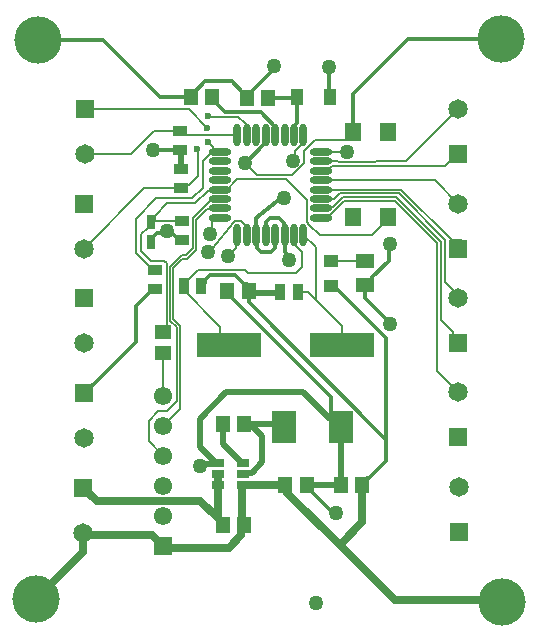
<source format=gbr>
G04*
G04 #@! TF.GenerationSoftware,Altium Limited,Altium Designer,23.3.1 (30)*
G04*
G04 Layer_Physical_Order=1*
G04 Layer_Color=255*
%FSLAX25Y25*%
%MOIN*%
G70*
G04*
G04 #@! TF.SameCoordinates,9E9A1B20-5B00-4279-B210-449FD35A5861*
G04*
G04*
G04 #@! TF.FilePolarity,Positive*
G04*
G01*
G75*
%ADD17R,0.04528X0.05709*%
%ADD18O,0.02362X0.07677*%
%ADD19R,0.04969X0.03367*%
%ADD20O,0.07677X0.02362*%
%ADD21R,0.03740X0.05315*%
%ADD22R,0.05709X0.04528*%
%ADD23R,0.03937X0.02756*%
%ADD24R,0.08465X0.10630*%
%ADD25R,0.21654X0.07874*%
%ADD26R,0.02756X0.04724*%
%ADD27R,0.05512X0.06299*%
%ADD28R,0.03937X0.05512*%
%ADD29R,0.05118X0.04331*%
%ADD30R,0.06102X0.04921*%
%ADD50C,0.00591*%
%ADD51C,0.02756*%
%ADD52C,0.00591*%
%ADD53C,0.01181*%
%ADD54C,0.01968*%
%ADD55C,0.06496*%
%ADD56R,0.06496X0.06496*%
%ADD57C,0.15748*%
%ADD58R,0.06102X0.06102*%
%ADD59C,0.06102*%
%ADD60C,0.05000*%
%ADD61C,0.02362*%
D17*
X181106Y147869D02*
D03*
X188192D02*
D03*
X201913Y161290D02*
D03*
X209000D02*
D03*
X182601Y226013D02*
D03*
X189688D02*
D03*
X181125Y181731D02*
D03*
X188212D02*
D03*
X220490Y161319D02*
D03*
X227576D02*
D03*
X189132Y290239D02*
D03*
X196219D02*
D03*
X170341Y290515D02*
D03*
X177428D02*
D03*
D18*
X189073Y278093D02*
D03*
X185923D02*
D03*
X192223D02*
D03*
X195372D02*
D03*
X198522D02*
D03*
X201671D02*
D03*
X204821D02*
D03*
X207971D02*
D03*
Y244629D02*
D03*
X204821D02*
D03*
X201671D02*
D03*
X198522D02*
D03*
X195372D02*
D03*
X192223D02*
D03*
X189073D02*
D03*
X185923D02*
D03*
D19*
X167038Y260163D02*
D03*
X158488Y233082D02*
D03*
Y226582D02*
D03*
X167436Y242959D02*
D03*
Y249458D02*
D03*
X167038Y266663D02*
D03*
X166969Y279319D02*
D03*
Y272819D02*
D03*
D20*
X180215Y272385D02*
D03*
Y250337D02*
D03*
Y253487D02*
D03*
Y256637D02*
D03*
Y259786D02*
D03*
Y262936D02*
D03*
Y266085D02*
D03*
Y269235D02*
D03*
X213679Y272385D02*
D03*
Y269235D02*
D03*
Y266085D02*
D03*
Y262936D02*
D03*
Y259786D02*
D03*
Y256637D02*
D03*
Y253487D02*
D03*
Y250337D02*
D03*
D21*
X206164Y225636D02*
D03*
X200258D02*
D03*
X173915Y227628D02*
D03*
X168009D02*
D03*
D22*
X161034Y205268D02*
D03*
Y212354D02*
D03*
D23*
X179341Y168782D02*
D03*
Y165042D02*
D03*
Y161302D02*
D03*
X187995D02*
D03*
Y165042D02*
D03*
Y168782D02*
D03*
D24*
X220394Y180544D02*
D03*
X201497D02*
D03*
D25*
X220701Y208000D02*
D03*
X183299D02*
D03*
D26*
X157300Y242380D02*
D03*
Y249073D02*
D03*
D27*
X236218Y250740D02*
D03*
Y279086D02*
D03*
X224407Y250740D02*
D03*
Y279086D02*
D03*
D28*
X216823Y290645D02*
D03*
X205799D02*
D03*
D29*
X217230Y227754D02*
D03*
Y236022D02*
D03*
D30*
X228469Y228028D02*
D03*
Y236099D02*
D03*
D50*
X184779Y249155D02*
D03*
D51*
X239681Y122859D02*
G03*
X239691Y122859I0J2756D01*
G01*
X187995Y161302D02*
X188044Y161253D01*
X201678D01*
X272016Y123118D02*
X273156D01*
X273960Y122326D01*
X274005Y122283D01*
X220037Y141361D02*
X237733Y123666D01*
X238540Y122859D01*
X239681Y122859D01*
X239691Y122859D02*
X272016Y123118D01*
X220037Y141361D02*
X227576Y148901D01*
Y161319D01*
X202613Y158785D02*
X220037Y141361D01*
X161294Y140997D02*
X161842Y140448D01*
X157494Y144797D02*
X161294Y140997D01*
X201678Y161253D02*
X202613Y160317D01*
X187404Y159760D02*
Y161302D01*
X202613Y158785D02*
Y160317D01*
X189688Y226013D02*
X190226Y225475D01*
X188802Y226899D02*
X189688Y226013D01*
X188802Y226899D02*
Y227586D01*
X173915Y228416D02*
X174407Y228908D01*
X173915Y227628D02*
Y228416D01*
X187404Y161302D02*
X187995D01*
X187331Y148730D02*
X188192Y147869D01*
X187331Y159688D02*
X187404Y159760D01*
X187331Y148730D02*
Y159688D01*
X187306Y146983D02*
X188192Y147869D01*
X183135Y140448D02*
X187306Y144619D01*
Y146983D01*
X161842Y140448D02*
X183135D01*
X134598Y145386D02*
X135187Y144797D01*
X157494D01*
X134598Y138845D02*
Y145386D01*
X139058Y155926D02*
X173640D01*
X134598Y160386D02*
X139058Y155926D01*
X173640D02*
X179341Y150224D01*
X118975Y123223D02*
X134598Y138845D01*
X179341Y161302D02*
Y165042D01*
Y150224D02*
Y161302D01*
Y150224D02*
X181106Y148459D01*
Y147869D02*
Y148459D01*
D52*
X222412Y269040D02*
G03*
X222551Y269039I106J3294D01*
G01*
X185904Y263172D02*
X202196D01*
X209045Y256323D01*
X176150Y259451D02*
X182183D01*
X185904Y263172D01*
X192553Y264650D02*
X204233D01*
X188524Y268679D02*
X192553Y264650D01*
X204233D02*
X208216Y268633D01*
X209045Y249006D02*
Y256323D01*
X184779Y249155D02*
X184952Y249328D01*
X184755Y249130D02*
X184779Y249155D01*
X184952Y249328D02*
X187223D01*
X177522Y239939D02*
X184755Y249130D01*
X176484Y238900D02*
X177522Y239939D01*
X176992Y244970D02*
X177422Y245401D01*
Y249519D01*
X176328Y238900D02*
X176484D01*
X177422Y249519D02*
X178241Y250337D01*
X180215D01*
X185584Y240269D02*
Y244290D01*
X185923Y244629D01*
X182974Y237659D02*
X185584Y240269D01*
X167611Y236625D02*
X169311D01*
X172215Y239528D01*
Y249720D01*
X168756Y237949D02*
X171108Y240301D01*
X167393Y237949D02*
X168756D01*
X171108Y240301D02*
Y250187D01*
X177557Y256637D01*
X164615Y216558D02*
Y233629D01*
X163524Y234080D02*
X167393Y237949D01*
X163524Y216107D02*
Y234080D01*
X164615Y233629D02*
X167611Y236625D01*
X172215Y249720D02*
X175899Y253404D01*
X187223Y249328D02*
X188734Y247817D01*
Y244968D02*
X189073Y244629D01*
X188734Y244968D02*
Y247817D01*
X213705Y272359D02*
X222492D01*
X222518Y272334D01*
X213679Y272385D02*
X213705Y272359D01*
X205247Y270324D02*
Y272712D01*
X207971Y275436D02*
Y278093D01*
X205247Y272712D02*
X207971Y275436D01*
X204403Y269480D02*
X205247Y270324D01*
X208216Y268633D02*
Y272486D01*
X211962Y276232D01*
X221947D01*
X242111Y269408D02*
X259503Y286800D01*
X222551Y269039D02*
X241938Y269235D01*
X213679Y269235D02*
X216337D01*
X222412Y269040D01*
X241938Y269235D02*
X242111Y269408D01*
X221947Y276232D02*
X224407Y278693D01*
X176139Y284249D02*
X176283Y284105D01*
X186239D01*
X169746Y286644D02*
X175971Y280420D01*
X135066Y286644D02*
X169746D01*
X167701Y279319D02*
X168927Y278093D01*
X177736Y272686D02*
X178037Y272385D01*
X168927Y278093D02*
X185923D01*
X176169Y275672D02*
X177736Y274106D01*
Y272686D02*
Y274106D01*
X205568Y231958D02*
X207546Y233936D01*
X189649Y231958D02*
X205568D01*
X188624Y232982D02*
X189649Y231958D01*
X152136Y238632D02*
X157687Y233082D01*
X156030Y247006D02*
X156937D01*
X153956Y239155D02*
X157005Y236106D01*
X153956Y244933D02*
X156030Y247006D01*
X153956Y239155D02*
Y244933D01*
X152136Y238632D02*
Y250064D01*
X158920Y256847D01*
X157005Y236106D02*
X161544D01*
X157687Y233082D02*
X158488D01*
X177557Y272385D02*
X178037D01*
X134910Y240101D02*
X154972Y260163D01*
X167038D01*
X168334Y261459D01*
X169981D02*
X172746Y264224D01*
X168334Y261459D02*
X169981D01*
X172593Y273276D02*
X172746Y273123D01*
Y264224D02*
Y273123D01*
X188795Y278371D02*
X189073Y278093D01*
X188795Y278371D02*
Y281532D01*
X188468Y281860D02*
X188795Y281532D01*
X186239Y284105D02*
X188468Y281876D01*
Y281860D02*
Y281876D01*
X170977Y256847D02*
X174519Y260389D01*
X158920Y256847D02*
X170977D01*
X174519Y269346D02*
X177557Y272385D01*
X174519Y260389D02*
Y269346D01*
X178037Y272385D02*
X180215D01*
X158176Y279319D02*
X167701D01*
X252433Y199382D02*
Y241972D01*
Y199382D02*
X259602Y192213D01*
X257784Y210378D02*
Y212310D01*
X253938Y216157D02*
Y242428D01*
Y216157D02*
X257784Y212310D01*
Y210378D02*
X259639Y208522D01*
X255324Y228865D02*
X259639Y224549D01*
X255324Y228865D02*
Y242976D01*
X259639Y223522D02*
Y224549D01*
X213679Y262936D02*
X251665D01*
X259503Y255098D01*
X261132Y273429D02*
Y274138D01*
X255283Y267580D02*
X261132Y273429D01*
X217477Y267580D02*
X255283D01*
X158383Y251140D02*
X158444D01*
X158347Y251104D02*
X158383Y251140D01*
X162589Y255284D02*
X171983D01*
X158347Y249516D02*
Y251104D01*
X158444Y251140D02*
X162589Y255284D01*
X156937Y247006D02*
X158000Y248070D01*
X161544Y236106D02*
X162434Y235217D01*
X169713Y229990D02*
X172705Y232982D01*
X188624D01*
X158000Y248070D02*
Y249054D01*
X163524Y216107D02*
X165787Y213843D01*
X162434Y213754D02*
Y235217D01*
X164615Y216558D02*
X166878Y214295D01*
X161034Y212354D02*
X162434Y213754D01*
X207546Y233936D02*
Y238851D01*
X169584Y229990D02*
X169713D01*
X168009Y228416D02*
X169584Y229990D01*
X168009Y227628D02*
Y228416D01*
X167394Y226968D02*
X168032Y227606D01*
X212041Y223110D02*
Y240559D01*
X207971Y244629D02*
X212041Y240559D01*
X209514Y225636D02*
X212041Y223110D01*
X220701Y214450D01*
X206164Y225636D02*
X209514D01*
X220701Y208000D02*
Y214391D01*
X150501Y271644D02*
X158176Y279319D01*
X135066Y271644D02*
X150501D01*
X165787Y189171D02*
Y213843D01*
X162613Y185996D02*
X165787Y189171D01*
X216651Y290817D02*
X216823Y290645D01*
X224407Y278693D02*
Y279086D01*
X204821Y241576D02*
X207546Y238851D01*
X204821Y241576D02*
Y244629D01*
X180131Y253404D02*
X180215Y253487D01*
X175899Y253404D02*
X180131D01*
X213490Y244527D02*
X230687D01*
X209947Y248070D02*
X213490Y244527D01*
X209045Y249006D02*
X209947Y248105D01*
Y248070D02*
Y248105D01*
X215982Y266085D02*
X217477Y267580D01*
X213679Y266085D02*
X215982D01*
X213679Y259786D02*
X240410D01*
X260716Y242852D02*
X261132Y242437D01*
X257344Y242852D02*
X260716D01*
X240410Y259786D02*
X257344Y242852D01*
X238423Y255982D02*
X252433Y241972D01*
X238984Y257382D02*
X253938Y242428D01*
X239699Y258601D02*
X255324Y242976D01*
X215982Y250337D02*
X221627Y255982D01*
X213679Y250337D02*
X215982D01*
X221627Y255982D02*
X238423D01*
X213679Y256637D02*
X218263D01*
X220227Y258601D01*
X239699D01*
X217747Y253818D02*
X221311Y257382D01*
X238984D01*
X213679Y253487D02*
X214011Y253818D01*
X217747D01*
X166878Y186580D02*
Y214295D01*
X161294Y180997D02*
X166878Y186580D01*
X156405Y175885D02*
X161294Y170996D01*
X156405Y182764D02*
X159637Y185996D01*
X156405Y175885D02*
Y182764D01*
X159637Y185996D02*
X162613D01*
X177557Y256637D02*
X180215D01*
X157300Y249188D02*
X157647Y249535D01*
X161034Y205268D02*
X161294Y205007D01*
Y190997D02*
Y205007D01*
X158405Y249458D02*
X167436D01*
X171983Y255284D02*
X176150Y259451D01*
X230687Y244527D02*
X233758Y247598D01*
Y248279D01*
X236218Y250740D01*
X180288Y211011D02*
Y214073D01*
X167394Y226968D02*
X180288Y214073D01*
Y211011D02*
X183299Y208000D01*
X217230Y236022D02*
X228393D01*
X228469Y236099D01*
D53*
X192223Y250232D02*
X200457Y256920D01*
X200937D02*
X200998Y256914D01*
X201609Y256851D01*
X192223Y244629D02*
Y250232D01*
X200457Y256920D02*
X200937D01*
X195372Y244629D02*
X195476Y244733D01*
Y248996D01*
X196723Y250243D01*
X199956D01*
X157300Y243364D02*
X159265Y245329D01*
X161760D01*
X157300Y242380D02*
Y243364D01*
X161760Y245329D02*
X162491Y246060D01*
X163221Y245329D01*
X164265D01*
X166636Y242959D01*
X167436D01*
X203037Y236457D02*
Y237490D01*
X201671Y238856D02*
X203037Y237490D01*
X217987Y151826D02*
X218923D01*
X208947Y160866D02*
X217987Y151826D01*
X235421Y169164D02*
Y210354D01*
X188524Y268679D02*
X188691D01*
X194249Y274237D01*
X194494Y274649D02*
X195372Y275527D01*
X201671Y238856D02*
Y244177D01*
X201445Y244855D02*
X201897Y244403D01*
X201671Y244177D02*
X201897Y244403D01*
X201445Y244855D02*
Y248753D01*
X199956Y250243D02*
X201445Y248753D01*
X158103Y272900D02*
X166888D01*
X166969Y272819D01*
X228469Y223752D02*
Y228028D01*
X236919Y214901D02*
Y215302D01*
X228469Y223752D02*
X236919Y215302D01*
X228469Y228028D02*
X229060D01*
X236412Y235971D02*
Y241247D01*
X236934Y241769D01*
X230930Y230488D02*
X236412Y235971D01*
X229060Y228028D02*
X230930Y229898D01*
Y230488D01*
X229249Y163583D02*
X229840D01*
X235421Y169164D01*
X227576Y161319D02*
Y161909D01*
X229249Y163583D01*
X193844Y285491D02*
X198522Y280814D01*
X181835Y285491D02*
X193844D01*
X179101Y288226D02*
X181835Y285491D01*
X134874Y191955D02*
X137532Y194613D01*
X133631Y190712D02*
X134874Y191955D01*
X133631Y190570D02*
Y190712D01*
X137532Y194613D02*
X137674D01*
X152201Y209140D02*
Y221096D01*
X137674Y194613D02*
X152201Y209140D01*
X189688Y226013D02*
Y226702D01*
X189589D02*
X189688D01*
X188014Y228277D02*
X189589Y226702D01*
X176808Y231309D02*
X185081D01*
X188014Y228277D02*
Y228376D01*
X185081Y231309D02*
X188014Y228376D01*
X174407Y228908D02*
X176808Y231309D01*
X189720Y222308D02*
Y225475D01*
X220490Y161319D02*
Y161909D01*
X189720Y222308D02*
X235320Y176708D01*
X184274Y223576D02*
Y224340D01*
Y223576D02*
X217186Y190664D01*
Y183753D02*
Y190664D01*
X182601Y226013D02*
X184274Y224340D01*
X219596Y226180D02*
X235421Y210354D01*
X218804Y226180D02*
X219596D01*
X217230Y227754D02*
X218804Y226180D01*
X189132Y290830D02*
X198324Y300021D01*
Y301033D01*
X189132Y290239D02*
Y290830D01*
X216651Y290817D02*
Y300627D01*
X197092Y238911D02*
X198430Y240249D01*
X193754Y238911D02*
X197092D01*
X198430Y244537D02*
X198522Y244629D01*
X198430Y240249D02*
Y244537D01*
X192449Y240216D02*
X193754Y238911D01*
X242926Y310094D02*
X273759Y310090D01*
X224407Y279086D02*
Y291576D01*
X242926Y310094D01*
X192449Y240216D02*
Y244403D01*
X192223Y244629D02*
X192449Y244403D01*
X152201Y221096D02*
X157687Y226582D01*
X158488D01*
X204821Y278093D02*
Y281070D01*
X205799Y282049D02*
Y290645D01*
X204821Y281070D02*
X205799Y282049D01*
X196422Y290442D02*
X205596D01*
X160178Y290515D02*
X170341D01*
X141098Y309595D02*
X160178Y290515D01*
X119387Y309595D02*
X141098D01*
X170341Y291105D02*
X175062Y295826D01*
X184152D01*
X187853Y292126D01*
Y291519D02*
Y292126D01*
Y291519D02*
X189132Y290239D01*
X170341Y290515D02*
Y291105D01*
X179101Y288226D02*
Y288842D01*
X177428Y290515D02*
X179101Y288842D01*
X198522Y278093D02*
Y280814D01*
D54*
X173563Y167509D02*
X174384D01*
X175263Y168389D01*
X178357D01*
X173428Y174105D02*
X178750Y168782D01*
X178357Y168389D02*
X178750Y168782D01*
X179341D01*
X220490Y161909D02*
Y180449D01*
X190226Y225475D02*
X199101D01*
X194232Y168843D02*
Y177742D01*
X190824Y165436D02*
X194232Y168843D01*
X190243Y181731D02*
X194232Y177742D01*
X188388Y165436D02*
X190824D01*
X188212Y181731D02*
X190243D01*
X200311D01*
X187995Y165042D02*
X188388Y165436D01*
X207760Y192189D02*
X216691Y183258D01*
X173428Y183360D02*
X182257Y192189D01*
X207760D01*
X173428Y174105D02*
Y183360D01*
X196219Y290239D02*
X196422Y290442D01*
X205596D02*
X205799Y290645D01*
X217186Y183753D02*
X220394Y180544D01*
X166969Y272819D02*
X167004Y272785D01*
Y266697D02*
Y272785D01*
Y266697D02*
X167038Y266663D01*
X208872Y161261D02*
X220432D01*
X220490Y161319D01*
X200311Y181731D02*
X201497Y180544D01*
X187404Y168782D02*
X187995D01*
X181125Y175061D02*
X187404Y168782D01*
X181125Y175061D02*
Y181731D01*
D55*
X134910Y240101D02*
D03*
X259602Y192213D02*
D03*
X134855Y208625D02*
D03*
X134874Y176955D02*
D03*
X259639Y223522D02*
D03*
X259503Y286800D02*
D03*
Y255098D02*
D03*
X259691Y160723D02*
D03*
X135066Y271644D02*
D03*
X134598Y145386D02*
D03*
D56*
X135066Y286644D02*
D03*
X259602Y177213D02*
D03*
X134855Y223625D02*
D03*
X134874Y191955D02*
D03*
X259639Y208522D02*
D03*
X259503Y271800D02*
D03*
Y240098D02*
D03*
X259691Y145723D02*
D03*
X134910Y255101D02*
D03*
X134598Y160386D02*
D03*
D57*
X118975Y123223D02*
D03*
X274005Y122283D02*
D03*
X119387Y309595D02*
D03*
X273759Y310090D02*
D03*
D58*
X161294Y140997D02*
D03*
D59*
Y150996D02*
D03*
Y160996D02*
D03*
Y170996D02*
D03*
Y180997D02*
D03*
Y190997D02*
D03*
D60*
X212148Y122047D02*
D03*
X201609Y256851D02*
D03*
X176992Y244970D02*
D03*
X176328Y238900D02*
D03*
X182974Y237659D02*
D03*
X162491Y246060D02*
D03*
X218923Y151826D02*
D03*
X204403Y269480D02*
D03*
X222518Y272334D02*
D03*
X157953Y272981D02*
D03*
X188524Y268679D02*
D03*
X203037Y236457D02*
D03*
X236919Y214901D02*
D03*
X236934Y241769D02*
D03*
X173563Y167509D02*
D03*
X198324Y301033D02*
D03*
X216651Y300627D02*
D03*
D61*
X175971Y280420D02*
D03*
X176139Y284249D02*
D03*
X176169Y275672D02*
D03*
X172593Y273276D02*
D03*
M02*

</source>
